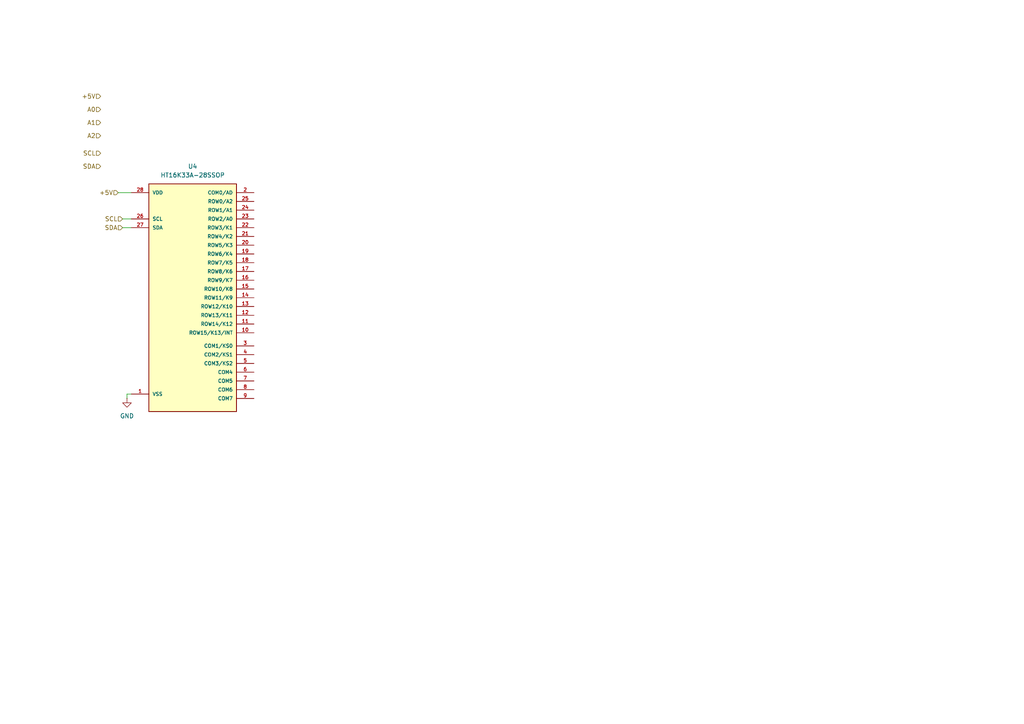
<source format=kicad_sch>
(kicad_sch (version 20250114) (generator "eeschema") (generator_version "9.0")
  (paper "A4")
  (lib_symbols
    (symbol "Eeloo_Pad:HT16K33A-28SSOP" (pin_names (offset 1.016))
      (property "Reference" "U" (at -22.86 30.48 0))
      (property "Value" "HT16K33A-28SSOP" (at -18.796 31.496 0))
      (symbol "HT16K33A-28SSOP_0_0"
        (rectangle (start -22.86 30.48) (end 2.54 -35.56) (stroke (width 0.254)) (fill (type background)))
        (pin power_in line (at -27.94 27.94 0) (length 5.08) (name "VDD") (number "28"))
        (pin input line (at -27.94 20.32 0) (length 5.08) (name "SCL") (number "26"))
        (pin bidirectional line (at -27.94 17.78 0) (length 5.08) (name "SDA") (number "27"))
        (pin power_in line (at -27.94 -30.48 0) (length 5.08) (name "VSS") (number "1"))
        (pin output line (at 7.62 27.94 180) (length 5.08) (name "COM0/AD") (number "2"))
        (pin bidirectional line (at 7.62 25.4 180) (length 5.08) (name "ROW0/A2") (number "25"))
        (pin bidirectional line (at 7.62 22.86 180) (length 5.08) (name "ROW1/A1") (number "24"))
        (pin bidirectional line (at 7.62 20.32 180) (length 5.08) (name "ROW2/A0") (number "23"))
        (pin bidirectional line (at 7.62 17.78 180) (length 5.08) (name "ROW3/K1") (number "22"))
        (pin bidirectional line (at 7.62 15.24 180) (length 5.08) (name "ROW4/K2") (number "21"))
        (pin bidirectional line (at 7.62 12.7 180) (length 5.08) (name "ROW5/K3") (number "20"))
        (pin bidirectional line (at 7.62 10.16 180) (length 5.08) (name "ROW6/K4") (number "19"))
        (pin bidirectional line (at 7.62 7.62 180) (length 5.08) (name "ROW7/K5") (number "18"))
        (pin bidirectional line (at 7.62 5.08 180) (length 5.08) (name "ROW8/K6") (number "17"))
        (pin bidirectional line (at 7.62 2.54 180) (length 5.08) (name "ROW9/K7") (number "16"))
        (pin bidirectional line (at 7.62 0 180) (length 5.08) (name "ROW10/K8") (number "15"))
        (pin bidirectional line (at 7.62 -2.54 180) (length 5.08) (name "ROW11/K9") (number "14"))
        (pin bidirectional line (at 7.62 -5.08 180) (length 5.08) (name "ROW12/K10") (number "13"))
        (pin bidirectional line (at 7.62 -7.62 180) (length 5.08) (name "ROW13/K11") (number "12"))
        (pin bidirectional line (at 7.62 -10.16 180) (length 5.08) (name "ROW14/K12") (number "11"))
        (pin bidirectional line (at 7.62 -12.7 180) (length 5.08) (name "ROW15/K13/INT") (number "10"))
        (pin output line (at 7.62 -16.51 180) (length 5.08) (name "COM1/KS0") (number "3"))
        (pin output line (at 7.62 -19.05 180) (length 5.08) (name "COM2/KS1") (number "4"))
        (pin output line (at 7.62 -21.59 180) (length 5.08) (name "COM3/KS2") (number "5"))
        (pin output line (at 7.62 -24.13 180) (length 5.08) (name "COM4") (number "6"))
        (pin output line (at 7.62 -26.67 180) (length 5.08) (name "COM5") (number "7"))
        (pin output line (at 7.62 -29.21 180) (length 5.08) (name "COM6") (number "8"))
        (pin output line (at 7.62 -31.75 180) (length 5.08) (name "COM7") (number "9"))
      )
    )
    (symbol "power:GND" (power) (pin_numbers (hide yes)) (pin_names (offset 0) (hide yes))
      (property "Value" "GND" (at 0 -3.81 0))
      (symbol "GND_0_1"
        (polyline (pts (xy 0 0) (xy 0 -1.27) (xy 1.27 -1.27) (xy 0 -2.54) (xy -1.27 -1.27) (xy 0 -1.27)))
      )
      (symbol "GND_1_1"
        (pin power_in line (at 0 0 270) (length 0) (name "~") (number "1"))
      )
    )
  )
  (wire (pts (xy 35.56 63.5) (xy 38.1 63.5)))
  (wire (pts (xy 36.83 115.57) (xy 36.83 114.3)))
  (wire (pts (xy 34.29 55.88) (xy 38.1 55.88)))
  (wire (pts (xy 35.56 66.04) (xy 38.1 66.04)))
  (wire (pts (xy 36.83 114.3) (xy 38.1 114.3)))
  (hierarchical_label "A0" (shape input) (at 29.21 31.75 180))
  (hierarchical_label "SDA" (shape input) (at 35.56 66.04 180))
  (hierarchical_label "A1" (shape input) (at 29.21 35.56 180))
  (hierarchical_label "SDA" (shape input) (at 29.21 48.26 180))
  (hierarchical_label "+5V" (shape input) (at 29.21 27.94 180))
  (hierarchical_label "+5V" (shape input) (at 34.29 55.88 180))
  (hierarchical_label "SCL" (shape input) (at 35.56 63.5 180))
  (hierarchical_label "A2" (shape input) (at 29.21 39.37 180))
  (hierarchical_label "SCL" (shape input) (at 29.21 44.45 180))
  (symbol (lib_id "power:GND") (at 36.83 115.57 0) (unit 1)
    (property "Reference" "#PWR027" (effects (hide yes)))
    (property "Value" "GND" (at 36.83 120.65 0))
    (property "Description" "Power symbol creates a global label with name \"GND\" , ground" (effects (hide yes)))
    (instances (project "" (path "" (reference "#PWR030") (unit 1)) (path "" (reference "#PWR028") (unit 1)) (path "" (reference "#PWR027") (unit 1)) (path "" (reference "#PWR031") (unit 1)) (path "" (reference "#PWR032") (unit 1)) (path "" (reference "#PWR029") (unit 1))))
  )
  (symbol (lib_id "Eeloo_Pad:HT16K33A-28SSOP") (at 66.04 83.82 0) (unit 1)
    (property "Reference" "U2" (at 55.88 48.26 0))
    (property "Value" "HT16K33A-28SSOP" (at 55.88 50.8 0))
    (property "Footprint" "Eeloo_Pad:SOP63P600X175-28N" (effects (hide yes)))
    (property "MF" "Holtek" (effects (hide yes)))
    (property "MAXIMUM_PACKAGE_HEIGHT" "1.75 mm" (effects (hide yes)))
    (property "CREATOR" "AAMIR" (effects (hide yes)))
    (property "Price" "None" (effects (hide yes)))
    (property "Package" "None" (effects (hide yes)))
    (property "Check_prices" "https://www.snapeda.com/parts/HT16K33A-28SSOP/Holtek/view-part/?ref=eda" (effects (hide yes)))
    (property "STANDARD" "IPC-7351B" (effects (hide yes)))
    (property "PARTREV" "1.02" (effects (hide yes)))
    (property "VERIFIER" "RODRIGO" (effects (hide yes)))
    (property "SnapEDA_Link" "https://www.snapeda.com/parts/HT16K33A-28SSOP/Holtek/view-part/?ref=snap" (effects (hide yes)))
    (property "MP" "HT16K33A-28SSOP" (effects (hide yes)))
    (property "Description_1" "SSOP-28 LCD Drivers" (effects (hide yes)))
    (property "Availability" "Not in stock" (effects (hide yes)))
    (property "MANUFACTURER" "Holtek" (effects (hide yes)))
    (instances (project "Eeloo_Pad" (path "" (reference "U4") (unit 1)) (path "" (reference "U1") (unit 1)) (path "" (reference "U2") (unit 1)) (path "" (reference "U5") (unit 1)) (path "" (reference "U6") (unit 1)) (path "" (reference "U3") (unit 1))))
  )
)
</source>
